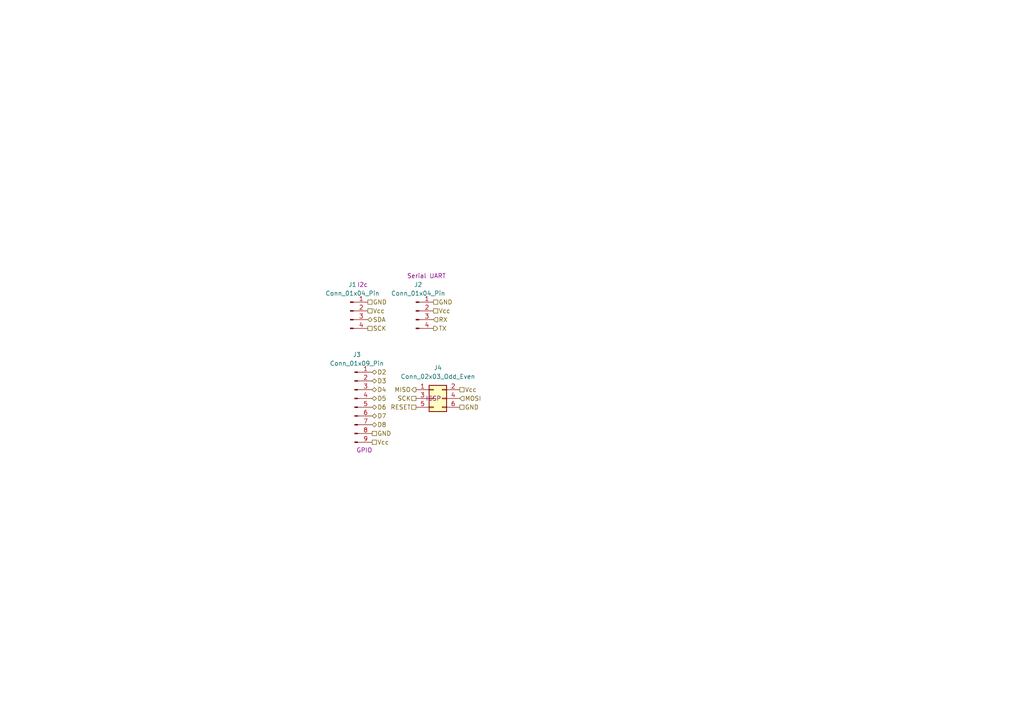
<source format=kicad_sch>
(kicad_sch (version 20250114) (generator "eeschema") (generator_version "9.0")
  (paper "A4")
  (lib_symbols
    (symbol "Connector:Conn_01x04_Pin" (pin_names (offset 1.016) (hide yes))
      (property "Reference" "J" (at 0 5.08 0))
      (property "Value" "Conn_01x04_Pin" (at 0 -7.62 0))
      (symbol "Conn_01x04_Pin_1_1"
        (rectangle (start 0.8636 2.667) (end 0 2.413) (stroke (width 0.1524)) (fill (type outline)))
        (rectangle (start 0.8636 0.127) (end 0 -0.127) (stroke (width 0.1524)) (fill (type outline)))
        (rectangle (start 0.8636 -2.413) (end 0 -2.667) (stroke (width 0.1524)) (fill (type outline)))
        (rectangle (start 0.8636 -4.953) (end 0 -5.207) (stroke (width 0.1524)) (fill (type outline)))
        (polyline (pts (xy 1.27 2.54) (xy 0.8636 2.54)) (stroke (width 0.1524)))
        (polyline (pts (xy 1.27 0) (xy 0.8636 0)) (stroke (width 0.1524)))
        (polyline (pts (xy 1.27 -2.54) (xy 0.8636 -2.54)) (stroke (width 0.1524)))
        (polyline (pts (xy 1.27 -5.08) (xy 0.8636 -5.08)) (stroke (width 0.1524)))
        (pin passive line (at 5.08 2.54 180) (length 3.81) (name "Pin_1") (number "1"))
        (pin passive line (at 5.08 0 180) (length 3.81) (name "Pin_2") (number "2"))
        (pin passive line (at 5.08 -2.54 180) (length 3.81) (name "Pin_3") (number "3"))
        (pin passive line (at 5.08 -5.08 180) (length 3.81) (name "Pin_4") (number "4"))
      )
    )
    (symbol "Connector:Conn_01x09_Pin" (pin_names (offset 1.016) (hide yes))
      (property "Reference" "J" (at 0 12.7 0))
      (property "Value" "Conn_01x09_Pin" (at 0 -12.7 0))
      (symbol "Conn_01x09_Pin_1_1"
        (rectangle (start 0.8636 10.287) (end 0 10.033) (stroke (width 0.1524)) (fill (type outline)))
        (rectangle (start 0.8636 7.747) (end 0 7.493) (stroke (width 0.1524)) (fill (type outline)))
        (rectangle (start 0.8636 5.207) (end 0 4.953) (stroke (width 0.1524)) (fill (type outline)))
        (rectangle (start 0.8636 2.667) (end 0 2.413) (stroke (width 0.1524)) (fill (type outline)))
        (rectangle (start 0.8636 0.127) (end 0 -0.127) (stroke (width 0.1524)) (fill (type outline)))
        (rectangle (start 0.8636 -2.413) (end 0 -2.667) (stroke (width 0.1524)) (fill (type outline)))
        (rectangle (start 0.8636 -4.953) (end 0 -5.207) (stroke (width 0.1524)) (fill (type outline)))
        (rectangle (start 0.8636 -7.493) (end 0 -7.747) (stroke (width 0.1524)) (fill (type outline)))
        (rectangle (start 0.8636 -10.033) (end 0 -10.287) (stroke (width 0.1524)) (fill (type outline)))
        (polyline (pts (xy 1.27 10.16) (xy 0.8636 10.16)) (stroke (width 0.1524)))
        (polyline (pts (xy 1.27 7.62) (xy 0.8636 7.62)) (stroke (width 0.1524)))
        (polyline (pts (xy 1.27 5.08) (xy 0.8636 5.08)) (stroke (width 0.1524)))
        (polyline (pts (xy 1.27 2.54) (xy 0.8636 2.54)) (stroke (width 0.1524)))
        (polyline (pts (xy 1.27 0) (xy 0.8636 0)) (stroke (width 0.1524)))
        (polyline (pts (xy 1.27 -2.54) (xy 0.8636 -2.54)) (stroke (width 0.1524)))
        (polyline (pts (xy 1.27 -5.08) (xy 0.8636 -5.08)) (stroke (width 0.1524)))
        (polyline (pts (xy 1.27 -7.62) (xy 0.8636 -7.62)) (stroke (width 0.1524)))
        (polyline (pts (xy 1.27 -10.16) (xy 0.8636 -10.16)) (stroke (width 0.1524)))
        (pin passive line (at 5.08 10.16 180) (length 3.81) (name "Pin_1") (number "1"))
        (pin passive line (at 5.08 7.62 180) (length 3.81) (name "Pin_2") (number "2"))
        (pin passive line (at 5.08 5.08 180) (length 3.81) (name "Pin_3") (number "3"))
        (pin passive line (at 5.08 2.54 180) (length 3.81) (name "Pin_4") (number "4"))
        (pin passive line (at 5.08 0 180) (length 3.81) (name "Pin_5") (number "5"))
        (pin passive line (at 5.08 -2.54 180) (length 3.81) (name "Pin_6") (number "6"))
        (pin passive line (at 5.08 -5.08 180) (length 3.81) (name "Pin_7") (number "7"))
        (pin passive line (at 5.08 -7.62 180) (length 3.81) (name "Pin_8") (number "8"))
        (pin passive line (at 5.08 -10.16 180) (length 3.81) (name "Pin_9") (number "9"))
      )
    )
    (symbol "Connector_Generic:Conn_02x03_Odd_Even" (pin_names (offset 1.016) (hide yes))
      (property "Reference" "J" (at 1.27 5.08 0))
      (property "Value" "Conn_02x03_Odd_Even" (at 1.27 -5.08 0))
      (symbol "Conn_02x03_Odd_Even_1_1"
        (rectangle (start -1.27 3.81) (end 3.81 -3.81) (stroke (width 0.254)) (fill (type background)))
        (rectangle (start -1.27 2.667) (end 0 2.413) (stroke (width 0.1524)))
        (rectangle (start -1.27 0.127) (end 0 -0.127) (stroke (width 0.1524)))
        (rectangle (start -1.27 -2.413) (end 0 -2.667) (stroke (width 0.1524)))
        (rectangle (start 3.81 2.667) (end 2.54 2.413) (stroke (width 0.1524)))
        (rectangle (start 3.81 0.127) (end 2.54 -0.127) (stroke (width 0.1524)))
        (rectangle (start 3.81 -2.413) (end 2.54 -2.667) (stroke (width 0.1524)))
        (pin passive line (at -5.08 2.54 0) (length 3.81) (name "Pin_1") (number "1"))
        (pin passive line (at -5.08 0 0) (length 3.81) (name "Pin_3") (number "3"))
        (pin passive line (at -5.08 -2.54 0) (length 3.81) (name "Pin_5") (number "5"))
        (pin passive line (at 7.62 2.54 180) (length 3.81) (name "Pin_2") (number "2"))
        (pin passive line (at 7.62 0 180) (length 3.81) (name "Pin_4") (number "4"))
        (pin passive line (at 7.62 -2.54 180) (length 3.81) (name "Pin_6") (number "6"))
      )
    )
  )
  (hierarchical_label "D2" (shape bidirectional) (at 107.95 107.95 0))
  (hierarchical_label "GND" (shape passive) (at 107.95 125.73 0))
  (hierarchical_label "D7" (shape bidirectional) (at 107.95 120.65 0))
  (hierarchical_label "RX" (shape input) (at 125.73 92.71 0))
  (hierarchical_label "D4" (shape bidirectional) (at 107.95 113.03 0))
  (hierarchical_label "Vcc" (shape passive) (at 133.35 113.03 0))
  (hierarchical_label "D5" (shape bidirectional) (at 107.95 115.57 0))
  (hierarchical_label "SCK" (shape passive) (at 106.68 95.25 0))
  (hierarchical_label "GND" (shape passive) (at 106.68 87.63 0))
  (hierarchical_label "RESET" (shape passive) (at 120.65 118.11 180))
  (hierarchical_label "D8" (shape bidirectional) (at 107.95 123.19 0))
  (hierarchical_label "SDA" (shape bidirectional) (at 106.68 92.71 0))
  (hierarchical_label "Vcc" (shape passive) (at 106.68 90.17 0))
  (hierarchical_label "GND" (shape passive) (at 133.35 118.11 0))
  (hierarchical_label "SCK" (shape passive) (at 120.65 115.57 180))
  (hierarchical_label "GND" (shape passive) (at 125.73 87.63 0))
  (hierarchical_label "Vcc" (shape passive) (at 125.73 90.17 0))
  (hierarchical_label "D3" (shape bidirectional) (at 107.95 110.49 0))
  (hierarchical_label "MISO" (shape output) (at 120.65 113.03 180))
  (hierarchical_label "TX" (shape output) (at 125.73 95.25 0))
  (hierarchical_label "Vcc" (shape passive) (at 107.95 128.27 0))
  (hierarchical_label "D6" (shape bidirectional) (at 107.95 118.11 0))
  (hierarchical_label "MOSI" (shape input) (at 133.35 115.57 0))
  (symbol (lib_id "Connector:Conn_01x09_Pin") (at 102.87 118.11 0) (unit 1)
    (property "Reference" "J3" (at 103.505 102.87 0))
    (property "Value" "Conn_01x09_Pin" (at 103.505 105.41 0))
    (property "Footprint" "Connector_PinHeader_2.54mm:PinHeader_1x09_P2.54mm_Vertical" (effects (hide yes)))
    (property "Description" "Generic connector, single row, 01x09, script generated" (effects (hide yes)))
    (property "Purpose" "GPIO" (at 105.664 130.556 0))
  )
  (symbol (lib_id "Connector_Generic:Conn_02x03_Odd_Even") (at 125.73 115.57 0) (unit 1)
    (property "Reference" "J4" (at 127 106.68 0))
    (property "Value" "Conn_02x03_Odd_Even" (at 127 109.22 0))
    (property "Footprint" "Connector_PinHeader_2.54mm:PinHeader_2x03_P2.54mm_Vertical" (effects (hide yes)))
    (property "Description" "Generic connector, double row, 02x03, odd/even pin numbering scheme (row 1 odd numbers, row 2 even numbers), script generated (kicad-library-utils/schlib/autogen/connector/)" (effects (hide yes)))
    (property "Purpose" "ICSP" (at 125.73 115.57 0))
  )
  (symbol (lib_id "Connector:Conn_01x04_Pin") (at 101.6 90.17 0) (unit 1)
    (property "Reference" "J1" (at 102.235 82.55 0))
    (property "Value" "Conn_01x04_Pin" (at 102.235 85.09 0))
    (property "Footprint" "Connector_PinHeader_2.54mm:PinHeader_1x04_P2.54mm_Vertical" (effects (hide yes)))
    (property "Description" "Generic connector, single row, 01x04, script generated" (effects (hide yes)))
    (property "Purpose" "I2c" (at 105.156 82.55 0))
  )
  (symbol (lib_id "Connector:Conn_01x04_Pin") (at 120.65 90.17 0) (unit 1)
    (property "Reference" "J2" (at 121.285 82.55 0))
    (property "Value" "Conn_01x04_Pin" (at 121.285 85.09 0))
    (property "Footprint" "Connector_PinHeader_2.54mm:PinHeader_1x04_P2.54mm_Vertical" (effects (hide yes)))
    (property "Description" "Generic connector, single row, 01x04, script generated" (effects (hide yes)))
    (property "Purpose" "Serial UART" (at 123.698 80.01 0))
  )
)
</source>
